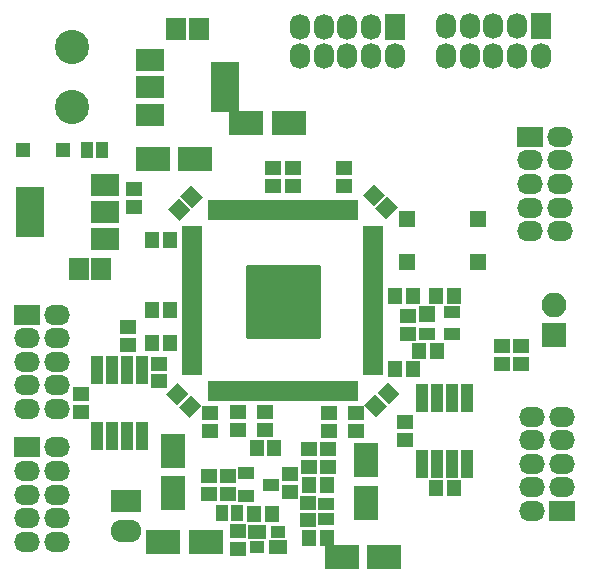
<source format=gts>
G04 #@! TF.FileFunction,Soldermask,Top*
%FSLAX46Y46*%
G04 Gerber Fmt 4.6, Leading zero omitted, Abs format (unit mm)*
G04 Created by KiCad (PCBNEW 4.0.5) date 03/05/17 18:12:25*
%MOMM*%
%LPD*%
G01*
G04 APERTURE LIST*
%ADD10C,0.100000*%
%ADD11R,1.400760X1.400760*%
%ADD12R,1.700480X0.699720*%
%ADD13R,0.699720X1.700480*%
%ADD14R,2.100000X2.100000*%
%ADD15O,2.100000X2.100000*%
%ADD16R,0.999440X2.398980*%
%ADD17R,1.400760X0.999440*%
%ADD18R,2.599640X1.924000*%
%ADD19O,2.599640X1.924000*%
%ADD20R,1.237160X1.037160*%
%ADD21R,1.500000X1.300000*%
%ADD22R,1.400760X1.299160*%
%ADD23R,1.299160X1.400760*%
%ADD24R,2.400000X4.200000*%
%ADD25R,2.400000X1.900000*%
%ADD26R,1.700000X2.200000*%
%ADD27O,1.700000X2.200000*%
%ADD28R,2.200000X1.700000*%
%ADD29O,2.200000X1.700000*%
%ADD30R,1.035000X1.416000*%
%ADD31R,1.416000X1.035000*%
%ADD32C,2.900000*%
%ADD33R,1.250900X1.250900*%
%ADD34R,1.700480X1.898600*%
%ADD35R,3.000960X2.000200*%
%ADD36R,2.000200X3.000960*%
%ADD37C,0.250000*%
G04 APERTURE END LIST*
D10*
D11*
X126794260Y-108386880D03*
X132793740Y-112085120D03*
X126794260Y-112085120D03*
X132793740Y-108386880D03*
D12*
X108592620Y-110815120D03*
X108592620Y-111315500D03*
X108592620Y-111815880D03*
X108592620Y-112316260D03*
X108592620Y-112816640D03*
X108592620Y-109316520D03*
X108592620Y-109816900D03*
X108592620Y-110314740D03*
X108592620Y-117314980D03*
X108592620Y-117815360D03*
X108592620Y-118315740D03*
X108592620Y-118816120D03*
X108592620Y-119316500D03*
X108592620Y-119816880D03*
X108592620Y-120317260D03*
X108592620Y-120815100D03*
D13*
X113769140Y-122991880D03*
X114269520Y-122991880D03*
X114767360Y-122991880D03*
X115267740Y-122991880D03*
X115768120Y-122991880D03*
X116268500Y-122991880D03*
X116768880Y-122991880D03*
X117269260Y-122991880D03*
X121767600Y-122991880D03*
X122267980Y-122991880D03*
D12*
X123944380Y-121315480D03*
X123944380Y-120815100D03*
X123944380Y-120317260D03*
X123944380Y-119816880D03*
X123944380Y-119316500D03*
X123944380Y-118816120D03*
X108592620Y-113317020D03*
X108592620Y-113814860D03*
X108592620Y-114315240D03*
X108592620Y-121315480D03*
D13*
X110269020Y-122991880D03*
X110769400Y-122991880D03*
X117769640Y-122991880D03*
X118267480Y-122991880D03*
X118767860Y-122991880D03*
D12*
X123944380Y-118315740D03*
X123944380Y-117815360D03*
X123944380Y-117314980D03*
X108592620Y-114815620D03*
X108592620Y-115316000D03*
X108592620Y-115816380D03*
X108592620Y-116316760D03*
X108592620Y-116817140D03*
D13*
X111267240Y-122991880D03*
X111767620Y-122991880D03*
X112268000Y-122991880D03*
X112768380Y-122991880D03*
X113268760Y-122991880D03*
X119268240Y-122991880D03*
X119768620Y-122991880D03*
X120269000Y-122991880D03*
X120769380Y-122991880D03*
X121269760Y-122991880D03*
D12*
X123944380Y-116817140D03*
X123944380Y-116316760D03*
X123944380Y-115816380D03*
X123944380Y-115316000D03*
X123944380Y-114815620D03*
X123944380Y-114315240D03*
X123944380Y-113814860D03*
X123944380Y-113317020D03*
X123944380Y-112816640D03*
X123944380Y-112316260D03*
X123944380Y-111815880D03*
X123944380Y-111315500D03*
X123944380Y-110815120D03*
X123944380Y-110314740D03*
X123944380Y-109816900D03*
X123944380Y-109316520D03*
D13*
X122267980Y-107640120D03*
X121767600Y-107640120D03*
X121269760Y-107640120D03*
X120769380Y-107640120D03*
X120269000Y-107640120D03*
X119768620Y-107640120D03*
X119268240Y-107640120D03*
X118767860Y-107640120D03*
X118267480Y-107640120D03*
X117769640Y-107640120D03*
X117269260Y-107640120D03*
X116768880Y-107640120D03*
X116268500Y-107640120D03*
X115768120Y-107640120D03*
X115267740Y-107640120D03*
X114767360Y-107640120D03*
X114269520Y-107640120D03*
X113769140Y-107640120D03*
X113268760Y-107640120D03*
X112768380Y-107640120D03*
X112268000Y-107640120D03*
X111767620Y-107640120D03*
X111267240Y-107640120D03*
X110769400Y-107640120D03*
X110269020Y-107640120D03*
D14*
X139242800Y-118211600D03*
D15*
X139242800Y-115671600D03*
D16*
X128092200Y-129133600D03*
X129362200Y-129133600D03*
X130632200Y-129133600D03*
X131902200Y-129133600D03*
X131902200Y-123545600D03*
X130632200Y-123545600D03*
X129362200Y-123545600D03*
X128092200Y-123545600D03*
D17*
X113141760Y-129959100D03*
X115255040Y-130911600D03*
X113141760Y-131864100D03*
D18*
X102971600Y-132334000D03*
D19*
X102971600Y-134874000D03*
D20*
X114123100Y-136222500D03*
X115823100Y-134922500D03*
D21*
X115823100Y-136222500D03*
X114123100Y-134922500D03*
D22*
X103632000Y-105864660D03*
X103632000Y-107368340D03*
D23*
X129232660Y-114935000D03*
X130736340Y-114935000D03*
X130749040Y-131165600D03*
X129245360Y-131165600D03*
D22*
X134797800Y-120677940D03*
X134797800Y-119174260D03*
X118402100Y-132433060D03*
X118402100Y-133936740D03*
D23*
X119979440Y-135407400D03*
X118475760Y-135407400D03*
D22*
X120091200Y-127924560D03*
X120091200Y-129428240D03*
X118465600Y-127924560D03*
X118465600Y-129428240D03*
X120142000Y-126329440D03*
X120142000Y-124825760D03*
X122428000Y-126329440D03*
X122428000Y-124825760D03*
X110083600Y-126380240D03*
X110083600Y-124876560D03*
D23*
X115559840Y-127812800D03*
X114056160Y-127812800D03*
X125803660Y-121094500D03*
X127307340Y-121094500D03*
X125803660Y-114935000D03*
X127307340Y-114935000D03*
D22*
X121412000Y-105590340D03*
X121412000Y-104086660D03*
X115443000Y-105590340D03*
X115443000Y-104086660D03*
D23*
X106733340Y-110172500D03*
X105229660Y-110172500D03*
X106733340Y-116141500D03*
X105229660Y-116141500D03*
D22*
X117094000Y-105590340D03*
X117094000Y-104086660D03*
D10*
G36*
X108309435Y-123193948D02*
X107318948Y-124184435D01*
X106400303Y-123265790D01*
X107390790Y-122275303D01*
X108309435Y-123193948D01*
X108309435Y-123193948D01*
G37*
G36*
X109372697Y-124257210D02*
X108382210Y-125247697D01*
X107463565Y-124329052D01*
X108454052Y-123338565D01*
X109372697Y-124257210D01*
X109372697Y-124257210D01*
G37*
G36*
X124082948Y-123275065D02*
X125073435Y-124265552D01*
X124154790Y-125184197D01*
X123164303Y-124193710D01*
X124082948Y-123275065D01*
X124082948Y-123275065D01*
G37*
G36*
X125146210Y-122211803D02*
X126136697Y-123202290D01*
X125218052Y-124120935D01*
X124227565Y-123130448D01*
X125146210Y-122211803D01*
X125146210Y-122211803D01*
G37*
G36*
X124100565Y-107501552D02*
X125091052Y-106511065D01*
X126009697Y-107429710D01*
X125019210Y-108420197D01*
X124100565Y-107501552D01*
X124100565Y-107501552D01*
G37*
G36*
X123037303Y-106438290D02*
X124027790Y-105447803D01*
X124946435Y-106366448D01*
X123955948Y-107356935D01*
X123037303Y-106438290D01*
X123037303Y-106438290D01*
G37*
G36*
X108581052Y-107483935D02*
X107590565Y-106493448D01*
X108509210Y-105574803D01*
X109499697Y-106565290D01*
X108581052Y-107483935D01*
X108581052Y-107483935D01*
G37*
G36*
X107517790Y-108547197D02*
X106527303Y-107556710D01*
X107445948Y-106638065D01*
X108436435Y-107628552D01*
X107517790Y-108547197D01*
X107517790Y-108547197D01*
G37*
D22*
X114757200Y-124774960D03*
X114757200Y-126278640D03*
D23*
X113840260Y-133413500D03*
X115343940Y-133413500D03*
D22*
X99212400Y-124754640D03*
X99212400Y-123250960D03*
D24*
X111354000Y-97282000D03*
D25*
X105054000Y-97282000D03*
X105054000Y-99582000D03*
X105054000Y-94982000D03*
D24*
X94894000Y-107823000D03*
D25*
X101194000Y-107823000D03*
X101194000Y-105523000D03*
X101194000Y-110123000D03*
D11*
X128483360Y-116469160D03*
D17*
X130596640Y-118173500D03*
X128483360Y-118173500D03*
X130596640Y-116268500D03*
D26*
X125742200Y-92120400D03*
D27*
X125742200Y-94620400D03*
X123742200Y-92120400D03*
X123742200Y-94620400D03*
X121742200Y-92120400D03*
X121742200Y-94620400D03*
X119742200Y-92120400D03*
X119742200Y-94620400D03*
X117742200Y-92120400D03*
X117742200Y-94620400D03*
D26*
X138086600Y-92107700D03*
D27*
X138086600Y-94607700D03*
X136086600Y-92107700D03*
X136086600Y-94607700D03*
X134086600Y-92107700D03*
X134086600Y-94607700D03*
X132086600Y-92107700D03*
X132086600Y-94607700D03*
X130086600Y-92107700D03*
X130086600Y-94607700D03*
D28*
X137230800Y-101460800D03*
D29*
X139730800Y-101460800D03*
X137230800Y-103460800D03*
X139730800Y-103460800D03*
X137230800Y-105460800D03*
X139730800Y-105460800D03*
X137230800Y-107460800D03*
X139730800Y-107460800D03*
X137230800Y-109460800D03*
X139730800Y-109460800D03*
D28*
X139883200Y-133146300D03*
D29*
X137383200Y-133146300D03*
X139883200Y-131146300D03*
X137383200Y-131146300D03*
X139883200Y-129146300D03*
X137383200Y-129146300D03*
X139883200Y-127146300D03*
X137383200Y-127146300D03*
X139883200Y-125146300D03*
X137383200Y-125146300D03*
D28*
X94609600Y-116510300D03*
D29*
X97109600Y-116510300D03*
X94609600Y-118510300D03*
X97109600Y-118510300D03*
X94609600Y-120510300D03*
X97109600Y-120510300D03*
X94609600Y-122510300D03*
X97109600Y-122510300D03*
X94609600Y-124510300D03*
X97109600Y-124510300D03*
D28*
X94647700Y-127749800D03*
D29*
X97147700Y-127749800D03*
X94647700Y-129749800D03*
X97147700Y-129749800D03*
X94647700Y-131749800D03*
X97147700Y-131749800D03*
X94647700Y-133749800D03*
X97147700Y-133749800D03*
X94647700Y-135749800D03*
X97147700Y-135749800D03*
D30*
X99692460Y-102616000D03*
X100967540Y-102616000D03*
D31*
X119926100Y-133822440D03*
X119926100Y-132547360D03*
D30*
X111122460Y-133350000D03*
X112397540Y-133350000D03*
D32*
X98425000Y-93893000D03*
X98425000Y-98893000D03*
D33*
X94274640Y-102616000D03*
X97622360Y-102616000D03*
D34*
X109156500Y-92329000D03*
X107251500Y-92329000D03*
X98996500Y-112649000D03*
X100901500Y-112649000D03*
D35*
X105260140Y-103378000D03*
X108861860Y-103378000D03*
X124838460Y-137058400D03*
X121236740Y-137058400D03*
D36*
X123342400Y-132458460D03*
X123342400Y-128856740D03*
D35*
X113159540Y-100253800D03*
X116761260Y-100253800D03*
X109750860Y-135737600D03*
X106149140Y-135737600D03*
D36*
X106984800Y-128043940D03*
X106984800Y-131645660D03*
D16*
X100558600Y-126796800D03*
X101828600Y-126796800D03*
X103098600Y-126796800D03*
X104368600Y-126796800D03*
X104368600Y-121208800D03*
X103098600Y-121208800D03*
X101828600Y-121208800D03*
X100558600Y-121208800D03*
D22*
X110032800Y-131663440D03*
X110032800Y-130159760D03*
X126873000Y-118163340D03*
X126873000Y-116659660D03*
X126593600Y-125638560D03*
X126593600Y-127142240D03*
X136448800Y-119174260D03*
X136448800Y-120677940D03*
X112471200Y-124774960D03*
X112471200Y-126278640D03*
D23*
X129326640Y-119583200D03*
X127822960Y-119583200D03*
X118488460Y-130898900D03*
X119992140Y-130898900D03*
D22*
X111607600Y-131663440D03*
X111607600Y-130159760D03*
D23*
X106733340Y-118935500D03*
X105229660Y-118935500D03*
D22*
X112433100Y-134820660D03*
X112433100Y-136324340D03*
X105791000Y-122163840D03*
X105791000Y-120660160D03*
X103124000Y-117561360D03*
X103124000Y-119065040D03*
X116890800Y-131511040D03*
X116890800Y-130007360D03*
D37*
G36*
X119356600Y-118391400D02*
X113205800Y-118391400D01*
X113205800Y-112393000D01*
X119356600Y-112393000D01*
X119356600Y-118391400D01*
X119356600Y-118391400D01*
G37*
X119356600Y-118391400D02*
X113205800Y-118391400D01*
X113205800Y-112393000D01*
X119356600Y-112393000D01*
X119356600Y-118391400D01*
M02*

</source>
